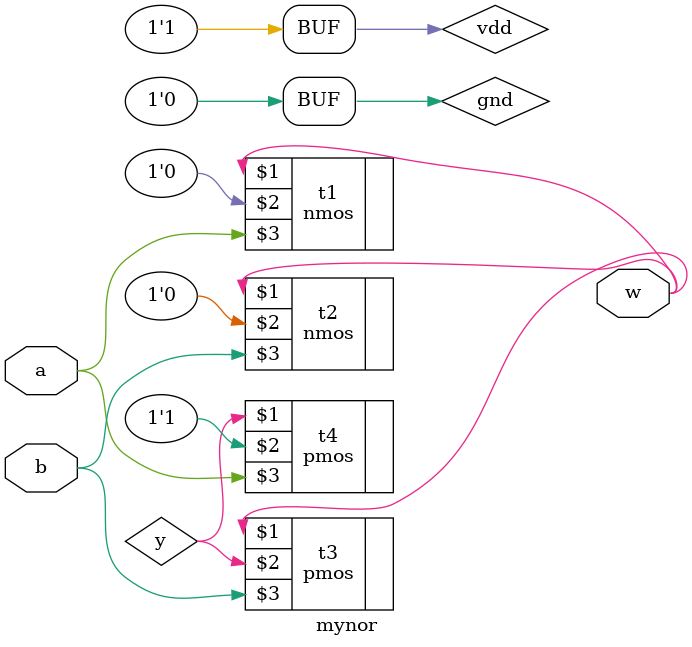
<source format=v>
`timescale 1ns/1ns

module mynor(input a , b , output w);
	supply1 vdd;
	supply0 gnd;
	wire y;
	nmos #(3, 4, 5) t1(w, gnd, a);
	nmos #(3, 4, 5) t2(w, gnd, b);
	pmos #(5, 6, 7) t3(w, y, b);
	pmos #(5, 6, 7) t4(y, vdd, a);
endmodule

</source>
